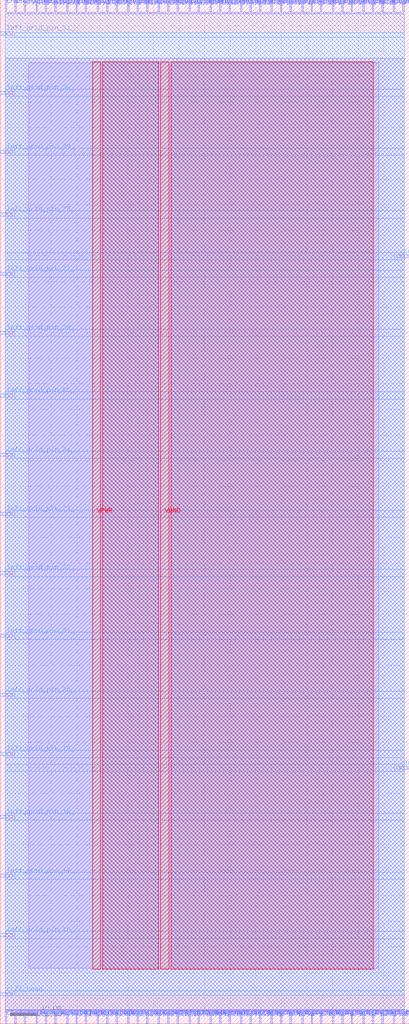
<source format=lef>
VERSION 5.7 ;
  NOWIREEXTENSIONATPIN ON ;
  DIVIDERCHAR "/" ;
  BUSBITCHARS "[]" ;
MACRO cby_1__1_
  CLASS BLOCK ;
  FOREIGN cby_1__1_ ;
  ORIGIN 0.000 0.000 ;
  SIZE 80.000 BY 200.000 ;
  PIN ccff_head
    DIRECTION INPUT ;
    PORT
      LAYER met3 ;
        RECT 0.000 5.480 2.400 6.080 ;
    END
  END ccff_head
  PIN ccff_tail
    DIRECTION OUTPUT TRISTATE ;
    PORT
      LAYER met3 ;
        RECT 77.600 149.640 80.000 150.240 ;
    END
  END ccff_tail
  PIN chany_bottom_in[0]
    DIRECTION INPUT ;
    PORT
      LAYER met2 ;
        RECT 41.030 0.000 41.310 2.400 ;
    END
  END chany_bottom_in[0]
  PIN chany_bottom_in[10]
    DIRECTION INPUT ;
    PORT
      LAYER met2 ;
        RECT 60.810 0.000 61.090 2.400 ;
    END
  END chany_bottom_in[10]
  PIN chany_bottom_in[11]
    DIRECTION INPUT ;
    PORT
      LAYER met2 ;
        RECT 62.650 0.000 62.930 2.400 ;
    END
  END chany_bottom_in[11]
  PIN chany_bottom_in[12]
    DIRECTION INPUT ;
    PORT
      LAYER met2 ;
        RECT 64.950 0.000 65.230 2.400 ;
    END
  END chany_bottom_in[12]
  PIN chany_bottom_in[13]
    DIRECTION INPUT ;
    PORT
      LAYER met2 ;
        RECT 66.790 0.000 67.070 2.400 ;
    END
  END chany_bottom_in[13]
  PIN chany_bottom_in[14]
    DIRECTION INPUT ;
    PORT
      LAYER met2 ;
        RECT 68.630 0.000 68.910 2.400 ;
    END
  END chany_bottom_in[14]
  PIN chany_bottom_in[15]
    DIRECTION INPUT ;
    PORT
      LAYER met2 ;
        RECT 70.930 0.000 71.210 2.400 ;
    END
  END chany_bottom_in[15]
  PIN chany_bottom_in[16]
    DIRECTION INPUT ;
    PORT
      LAYER met2 ;
        RECT 72.770 0.000 73.050 2.400 ;
    END
  END chany_bottom_in[16]
  PIN chany_bottom_in[17]
    DIRECTION INPUT ;
    PORT
      LAYER met2 ;
        RECT 74.610 0.000 74.890 2.400 ;
    END
  END chany_bottom_in[17]
  PIN chany_bottom_in[18]
    DIRECTION INPUT ;
    PORT
      LAYER met2 ;
        RECT 76.910 0.000 77.190 2.400 ;
    END
  END chany_bottom_in[18]
  PIN chany_bottom_in[19]
    DIRECTION INPUT ;
    PORT
      LAYER met2 ;
        RECT 78.750 0.000 79.030 2.400 ;
    END
  END chany_bottom_in[19]
  PIN chany_bottom_in[1]
    DIRECTION INPUT ;
    PORT
      LAYER met2 ;
        RECT 42.870 0.000 43.150 2.400 ;
    END
  END chany_bottom_in[1]
  PIN chany_bottom_in[2]
    DIRECTION INPUT ;
    PORT
      LAYER met2 ;
        RECT 44.710 0.000 44.990 2.400 ;
    END
  END chany_bottom_in[2]
  PIN chany_bottom_in[3]
    DIRECTION INPUT ;
    PORT
      LAYER met2 ;
        RECT 47.010 0.000 47.290 2.400 ;
    END
  END chany_bottom_in[3]
  PIN chany_bottom_in[4]
    DIRECTION INPUT ;
    PORT
      LAYER met2 ;
        RECT 48.850 0.000 49.130 2.400 ;
    END
  END chany_bottom_in[4]
  PIN chany_bottom_in[5]
    DIRECTION INPUT ;
    PORT
      LAYER met2 ;
        RECT 50.690 0.000 50.970 2.400 ;
    END
  END chany_bottom_in[5]
  PIN chany_bottom_in[6]
    DIRECTION INPUT ;
    PORT
      LAYER met2 ;
        RECT 52.990 0.000 53.270 2.400 ;
    END
  END chany_bottom_in[6]
  PIN chany_bottom_in[7]
    DIRECTION INPUT ;
    PORT
      LAYER met2 ;
        RECT 54.830 0.000 55.110 2.400 ;
    END
  END chany_bottom_in[7]
  PIN chany_bottom_in[8]
    DIRECTION INPUT ;
    PORT
      LAYER met2 ;
        RECT 56.670 0.000 56.950 2.400 ;
    END
  END chany_bottom_in[8]
  PIN chany_bottom_in[9]
    DIRECTION INPUT ;
    PORT
      LAYER met2 ;
        RECT 58.970 0.000 59.250 2.400 ;
    END
  END chany_bottom_in[9]
  PIN chany_bottom_out[0]
    DIRECTION OUTPUT TRISTATE ;
    PORT
      LAYER met2 ;
        RECT 1.010 0.000 1.290 2.400 ;
    END
  END chany_bottom_out[0]
  PIN chany_bottom_out[10]
    DIRECTION OUTPUT TRISTATE ;
    PORT
      LAYER met2 ;
        RECT 20.790 0.000 21.070 2.400 ;
    END
  END chany_bottom_out[10]
  PIN chany_bottom_out[11]
    DIRECTION OUTPUT TRISTATE ;
    PORT
      LAYER met2 ;
        RECT 22.630 0.000 22.910 2.400 ;
    END
  END chany_bottom_out[11]
  PIN chany_bottom_out[12]
    DIRECTION OUTPUT TRISTATE ;
    PORT
      LAYER met2 ;
        RECT 24.930 0.000 25.210 2.400 ;
    END
  END chany_bottom_out[12]
  PIN chany_bottom_out[13]
    DIRECTION OUTPUT TRISTATE ;
    PORT
      LAYER met2 ;
        RECT 26.770 0.000 27.050 2.400 ;
    END
  END chany_bottom_out[13]
  PIN chany_bottom_out[14]
    DIRECTION OUTPUT TRISTATE ;
    PORT
      LAYER met2 ;
        RECT 28.610 0.000 28.890 2.400 ;
    END
  END chany_bottom_out[14]
  PIN chany_bottom_out[15]
    DIRECTION OUTPUT TRISTATE ;
    PORT
      LAYER met2 ;
        RECT 30.910 0.000 31.190 2.400 ;
    END
  END chany_bottom_out[15]
  PIN chany_bottom_out[16]
    DIRECTION OUTPUT TRISTATE ;
    PORT
      LAYER met2 ;
        RECT 32.750 0.000 33.030 2.400 ;
    END
  END chany_bottom_out[16]
  PIN chany_bottom_out[17]
    DIRECTION OUTPUT TRISTATE ;
    PORT
      LAYER met2 ;
        RECT 34.590 0.000 34.870 2.400 ;
    END
  END chany_bottom_out[17]
  PIN chany_bottom_out[18]
    DIRECTION OUTPUT TRISTATE ;
    PORT
      LAYER met2 ;
        RECT 36.890 0.000 37.170 2.400 ;
    END
  END chany_bottom_out[18]
  PIN chany_bottom_out[19]
    DIRECTION OUTPUT TRISTATE ;
    PORT
      LAYER met2 ;
        RECT 38.730 0.000 39.010 2.400 ;
    END
  END chany_bottom_out[19]
  PIN chany_bottom_out[1]
    DIRECTION OUTPUT TRISTATE ;
    PORT
      LAYER met2 ;
        RECT 2.850 0.000 3.130 2.400 ;
    END
  END chany_bottom_out[1]
  PIN chany_bottom_out[2]
    DIRECTION OUTPUT TRISTATE ;
    PORT
      LAYER met2 ;
        RECT 4.690 0.000 4.970 2.400 ;
    END
  END chany_bottom_out[2]
  PIN chany_bottom_out[3]
    DIRECTION OUTPUT TRISTATE ;
    PORT
      LAYER met2 ;
        RECT 6.990 0.000 7.270 2.400 ;
    END
  END chany_bottom_out[3]
  PIN chany_bottom_out[4]
    DIRECTION OUTPUT TRISTATE ;
    PORT
      LAYER met2 ;
        RECT 8.830 0.000 9.110 2.400 ;
    END
  END chany_bottom_out[4]
  PIN chany_bottom_out[5]
    DIRECTION OUTPUT TRISTATE ;
    PORT
      LAYER met2 ;
        RECT 10.670 0.000 10.950 2.400 ;
    END
  END chany_bottom_out[5]
  PIN chany_bottom_out[6]
    DIRECTION OUTPUT TRISTATE ;
    PORT
      LAYER met2 ;
        RECT 12.970 0.000 13.250 2.400 ;
    END
  END chany_bottom_out[6]
  PIN chany_bottom_out[7]
    DIRECTION OUTPUT TRISTATE ;
    PORT
      LAYER met2 ;
        RECT 14.810 0.000 15.090 2.400 ;
    END
  END chany_bottom_out[7]
  PIN chany_bottom_out[8]
    DIRECTION OUTPUT TRISTATE ;
    PORT
      LAYER met2 ;
        RECT 16.650 0.000 16.930 2.400 ;
    END
  END chany_bottom_out[8]
  PIN chany_bottom_out[9]
    DIRECTION OUTPUT TRISTATE ;
    PORT
      LAYER met2 ;
        RECT 18.950 0.000 19.230 2.400 ;
    END
  END chany_bottom_out[9]
  PIN chany_top_in[0]
    DIRECTION INPUT ;
    PORT
      LAYER met2 ;
        RECT 41.030 197.600 41.310 200.000 ;
    END
  END chany_top_in[0]
  PIN chany_top_in[10]
    DIRECTION INPUT ;
    PORT
      LAYER met2 ;
        RECT 60.810 197.600 61.090 200.000 ;
    END
  END chany_top_in[10]
  PIN chany_top_in[11]
    DIRECTION INPUT ;
    PORT
      LAYER met2 ;
        RECT 62.650 197.600 62.930 200.000 ;
    END
  END chany_top_in[11]
  PIN chany_top_in[12]
    DIRECTION INPUT ;
    PORT
      LAYER met2 ;
        RECT 64.950 197.600 65.230 200.000 ;
    END
  END chany_top_in[12]
  PIN chany_top_in[13]
    DIRECTION INPUT ;
    PORT
      LAYER met2 ;
        RECT 66.790 197.600 67.070 200.000 ;
    END
  END chany_top_in[13]
  PIN chany_top_in[14]
    DIRECTION INPUT ;
    PORT
      LAYER met2 ;
        RECT 68.630 197.600 68.910 200.000 ;
    END
  END chany_top_in[14]
  PIN chany_top_in[15]
    DIRECTION INPUT ;
    PORT
      LAYER met2 ;
        RECT 70.930 197.600 71.210 200.000 ;
    END
  END chany_top_in[15]
  PIN chany_top_in[16]
    DIRECTION INPUT ;
    PORT
      LAYER met2 ;
        RECT 72.770 197.600 73.050 200.000 ;
    END
  END chany_top_in[16]
  PIN chany_top_in[17]
    DIRECTION INPUT ;
    PORT
      LAYER met2 ;
        RECT 74.610 197.600 74.890 200.000 ;
    END
  END chany_top_in[17]
  PIN chany_top_in[18]
    DIRECTION INPUT ;
    PORT
      LAYER met2 ;
        RECT 76.910 197.600 77.190 200.000 ;
    END
  END chany_top_in[18]
  PIN chany_top_in[19]
    DIRECTION INPUT ;
    PORT
      LAYER met2 ;
        RECT 78.750 197.600 79.030 200.000 ;
    END
  END chany_top_in[19]
  PIN chany_top_in[1]
    DIRECTION INPUT ;
    PORT
      LAYER met2 ;
        RECT 42.870 197.600 43.150 200.000 ;
    END
  END chany_top_in[1]
  PIN chany_top_in[2]
    DIRECTION INPUT ;
    PORT
      LAYER met2 ;
        RECT 44.710 197.600 44.990 200.000 ;
    END
  END chany_top_in[2]
  PIN chany_top_in[3]
    DIRECTION INPUT ;
    PORT
      LAYER met2 ;
        RECT 47.010 197.600 47.290 200.000 ;
    END
  END chany_top_in[3]
  PIN chany_top_in[4]
    DIRECTION INPUT ;
    PORT
      LAYER met2 ;
        RECT 48.850 197.600 49.130 200.000 ;
    END
  END chany_top_in[4]
  PIN chany_top_in[5]
    DIRECTION INPUT ;
    PORT
      LAYER met2 ;
        RECT 50.690 197.600 50.970 200.000 ;
    END
  END chany_top_in[5]
  PIN chany_top_in[6]
    DIRECTION INPUT ;
    PORT
      LAYER met2 ;
        RECT 52.990 197.600 53.270 200.000 ;
    END
  END chany_top_in[6]
  PIN chany_top_in[7]
    DIRECTION INPUT ;
    PORT
      LAYER met2 ;
        RECT 54.830 197.600 55.110 200.000 ;
    END
  END chany_top_in[7]
  PIN chany_top_in[8]
    DIRECTION INPUT ;
    PORT
      LAYER met2 ;
        RECT 56.670 197.600 56.950 200.000 ;
    END
  END chany_top_in[8]
  PIN chany_top_in[9]
    DIRECTION INPUT ;
    PORT
      LAYER met2 ;
        RECT 58.970 197.600 59.250 200.000 ;
    END
  END chany_top_in[9]
  PIN chany_top_out[0]
    DIRECTION OUTPUT TRISTATE ;
    PORT
      LAYER met2 ;
        RECT 1.010 197.600 1.290 200.000 ;
    END
  END chany_top_out[0]
  PIN chany_top_out[10]
    DIRECTION OUTPUT TRISTATE ;
    PORT
      LAYER met2 ;
        RECT 20.790 197.600 21.070 200.000 ;
    END
  END chany_top_out[10]
  PIN chany_top_out[11]
    DIRECTION OUTPUT TRISTATE ;
    PORT
      LAYER met2 ;
        RECT 22.630 197.600 22.910 200.000 ;
    END
  END chany_top_out[11]
  PIN chany_top_out[12]
    DIRECTION OUTPUT TRISTATE ;
    PORT
      LAYER met2 ;
        RECT 24.930 197.600 25.210 200.000 ;
    END
  END chany_top_out[12]
  PIN chany_top_out[13]
    DIRECTION OUTPUT TRISTATE ;
    PORT
      LAYER met2 ;
        RECT 26.770 197.600 27.050 200.000 ;
    END
  END chany_top_out[13]
  PIN chany_top_out[14]
    DIRECTION OUTPUT TRISTATE ;
    PORT
      LAYER met2 ;
        RECT 28.610 197.600 28.890 200.000 ;
    END
  END chany_top_out[14]
  PIN chany_top_out[15]
    DIRECTION OUTPUT TRISTATE ;
    PORT
      LAYER met2 ;
        RECT 30.910 197.600 31.190 200.000 ;
    END
  END chany_top_out[15]
  PIN chany_top_out[16]
    DIRECTION OUTPUT TRISTATE ;
    PORT
      LAYER met2 ;
        RECT 32.750 197.600 33.030 200.000 ;
    END
  END chany_top_out[16]
  PIN chany_top_out[17]
    DIRECTION OUTPUT TRISTATE ;
    PORT
      LAYER met2 ;
        RECT 34.590 197.600 34.870 200.000 ;
    END
  END chany_top_out[17]
  PIN chany_top_out[18]
    DIRECTION OUTPUT TRISTATE ;
    PORT
      LAYER met2 ;
        RECT 36.890 197.600 37.170 200.000 ;
    END
  END chany_top_out[18]
  PIN chany_top_out[19]
    DIRECTION OUTPUT TRISTATE ;
    PORT
      LAYER met2 ;
        RECT 38.730 197.600 39.010 200.000 ;
    END
  END chany_top_out[19]
  PIN chany_top_out[1]
    DIRECTION OUTPUT TRISTATE ;
    PORT
      LAYER met2 ;
        RECT 2.850 197.600 3.130 200.000 ;
    END
  END chany_top_out[1]
  PIN chany_top_out[2]
    DIRECTION OUTPUT TRISTATE ;
    PORT
      LAYER met2 ;
        RECT 4.690 197.600 4.970 200.000 ;
    END
  END chany_top_out[2]
  PIN chany_top_out[3]
    DIRECTION OUTPUT TRISTATE ;
    PORT
      LAYER met2 ;
        RECT 6.990 197.600 7.270 200.000 ;
    END
  END chany_top_out[3]
  PIN chany_top_out[4]
    DIRECTION OUTPUT TRISTATE ;
    PORT
      LAYER met2 ;
        RECT 8.830 197.600 9.110 200.000 ;
    END
  END chany_top_out[4]
  PIN chany_top_out[5]
    DIRECTION OUTPUT TRISTATE ;
    PORT
      LAYER met2 ;
        RECT 10.670 197.600 10.950 200.000 ;
    END
  END chany_top_out[5]
  PIN chany_top_out[6]
    DIRECTION OUTPUT TRISTATE ;
    PORT
      LAYER met2 ;
        RECT 12.970 197.600 13.250 200.000 ;
    END
  END chany_top_out[6]
  PIN chany_top_out[7]
    DIRECTION OUTPUT TRISTATE ;
    PORT
      LAYER met2 ;
        RECT 14.810 197.600 15.090 200.000 ;
    END
  END chany_top_out[7]
  PIN chany_top_out[8]
    DIRECTION OUTPUT TRISTATE ;
    PORT
      LAYER met2 ;
        RECT 16.650 197.600 16.930 200.000 ;
    END
  END chany_top_out[8]
  PIN chany_top_out[9]
    DIRECTION OUTPUT TRISTATE ;
    PORT
      LAYER met2 ;
        RECT 18.950 197.600 19.230 200.000 ;
    END
  END chany_top_out[9]
  PIN left_grid_pin_16_
    DIRECTION OUTPUT TRISTATE ;
    PORT
      LAYER met3 ;
        RECT 0.000 17.040 2.400 17.640 ;
    END
  END left_grid_pin_16_
  PIN left_grid_pin_17_
    DIRECTION OUTPUT TRISTATE ;
    PORT
      LAYER met3 ;
        RECT 0.000 28.600 2.400 29.200 ;
    END
  END left_grid_pin_17_
  PIN left_grid_pin_18_
    DIRECTION OUTPUT TRISTATE ;
    PORT
      LAYER met3 ;
        RECT 0.000 40.160 2.400 40.760 ;
    END
  END left_grid_pin_18_
  PIN left_grid_pin_19_
    DIRECTION OUTPUT TRISTATE ;
    PORT
      LAYER met3 ;
        RECT 0.000 52.400 2.400 53.000 ;
    END
  END left_grid_pin_19_
  PIN left_grid_pin_20_
    DIRECTION OUTPUT TRISTATE ;
    PORT
      LAYER met3 ;
        RECT 0.000 63.960 2.400 64.560 ;
    END
  END left_grid_pin_20_
  PIN left_grid_pin_21_
    DIRECTION OUTPUT TRISTATE ;
    PORT
      LAYER met3 ;
        RECT 0.000 75.520 2.400 76.120 ;
    END
  END left_grid_pin_21_
  PIN left_grid_pin_22_
    DIRECTION OUTPUT TRISTATE ;
    PORT
      LAYER met3 ;
        RECT 0.000 87.760 2.400 88.360 ;
    END
  END left_grid_pin_22_
  PIN left_grid_pin_23_
    DIRECTION OUTPUT TRISTATE ;
    PORT
      LAYER met3 ;
        RECT 0.000 99.320 2.400 99.920 ;
    END
  END left_grid_pin_23_
  PIN left_grid_pin_24_
    DIRECTION OUTPUT TRISTATE ;
    PORT
      LAYER met3 ;
        RECT 0.000 110.880 2.400 111.480 ;
    END
  END left_grid_pin_24_
  PIN left_grid_pin_25_
    DIRECTION OUTPUT TRISTATE ;
    PORT
      LAYER met3 ;
        RECT 0.000 122.440 2.400 123.040 ;
    END
  END left_grid_pin_25_
  PIN left_grid_pin_26_
    DIRECTION OUTPUT TRISTATE ;
    PORT
      LAYER met3 ;
        RECT 0.000 134.680 2.400 135.280 ;
    END
  END left_grid_pin_26_
  PIN left_grid_pin_27_
    DIRECTION OUTPUT TRISTATE ;
    PORT
      LAYER met3 ;
        RECT 0.000 146.240 2.400 146.840 ;
    END
  END left_grid_pin_27_
  PIN left_grid_pin_28_
    DIRECTION OUTPUT TRISTATE ;
    PORT
      LAYER met3 ;
        RECT 0.000 157.800 2.400 158.400 ;
    END
  END left_grid_pin_28_
  PIN left_grid_pin_29_
    DIRECTION OUTPUT TRISTATE ;
    PORT
      LAYER met3 ;
        RECT 0.000 170.040 2.400 170.640 ;
    END
  END left_grid_pin_29_
  PIN left_grid_pin_30_
    DIRECTION OUTPUT TRISTATE ;
    PORT
      LAYER met3 ;
        RECT 0.000 181.600 2.400 182.200 ;
    END
  END left_grid_pin_30_
  PIN left_grid_pin_31_
    DIRECTION OUTPUT TRISTATE ;
    PORT
      LAYER met3 ;
        RECT 0.000 193.160 2.400 193.760 ;
    END
  END left_grid_pin_31_
  PIN prog_clk
    DIRECTION INPUT ;
    PORT
      LAYER met3 ;
        RECT 77.600 49.680 80.000 50.280 ;
    END
  END prog_clk
  PIN VPWR
    DIRECTION INPUT ;
    USE POWER ;
    PORT
      LAYER met4 ;
        RECT 18.055 10.640 19.655 187.920 ;
    END
  END VPWR
  PIN VGND
    DIRECTION INPUT ;
    USE GROUND ;
    PORT
      LAYER met4 ;
        RECT 31.385 10.640 32.985 187.920 ;
    END
  END VGND
  OBS
      LAYER li1 ;
        RECT 5.520 10.795 74.060 187.765 ;
      LAYER met1 ;
        RECT 0.990 2.760 79.050 188.660 ;
      LAYER met2 ;
        RECT 1.570 197.320 2.570 197.610 ;
        RECT 3.410 197.320 4.410 197.610 ;
        RECT 5.250 197.320 6.710 197.610 ;
        RECT 7.550 197.320 8.550 197.610 ;
        RECT 9.390 197.320 10.390 197.610 ;
        RECT 11.230 197.320 12.690 197.610 ;
        RECT 13.530 197.320 14.530 197.610 ;
        RECT 15.370 197.320 16.370 197.610 ;
        RECT 17.210 197.320 18.670 197.610 ;
        RECT 19.510 197.320 20.510 197.610 ;
        RECT 21.350 197.320 22.350 197.610 ;
        RECT 23.190 197.320 24.650 197.610 ;
        RECT 25.490 197.320 26.490 197.610 ;
        RECT 27.330 197.320 28.330 197.610 ;
        RECT 29.170 197.320 30.630 197.610 ;
        RECT 31.470 197.320 32.470 197.610 ;
        RECT 33.310 197.320 34.310 197.610 ;
        RECT 35.150 197.320 36.610 197.610 ;
        RECT 37.450 197.320 38.450 197.610 ;
        RECT 39.290 197.320 40.750 197.610 ;
        RECT 41.590 197.320 42.590 197.610 ;
        RECT 43.430 197.320 44.430 197.610 ;
        RECT 45.270 197.320 46.730 197.610 ;
        RECT 47.570 197.320 48.570 197.610 ;
        RECT 49.410 197.320 50.410 197.610 ;
        RECT 51.250 197.320 52.710 197.610 ;
        RECT 53.550 197.320 54.550 197.610 ;
        RECT 55.390 197.320 56.390 197.610 ;
        RECT 57.230 197.320 58.690 197.610 ;
        RECT 59.530 197.320 60.530 197.610 ;
        RECT 61.370 197.320 62.370 197.610 ;
        RECT 63.210 197.320 64.670 197.610 ;
        RECT 65.510 197.320 66.510 197.610 ;
        RECT 67.350 197.320 68.350 197.610 ;
        RECT 69.190 197.320 70.650 197.610 ;
        RECT 71.490 197.320 72.490 197.610 ;
        RECT 73.330 197.320 74.330 197.610 ;
        RECT 75.170 197.320 76.630 197.610 ;
        RECT 77.470 197.320 78.470 197.610 ;
        RECT 1.010 2.680 79.030 197.320 ;
        RECT 1.570 2.400 2.570 2.680 ;
        RECT 3.410 2.400 4.410 2.680 ;
        RECT 5.250 2.400 6.710 2.680 ;
        RECT 7.550 2.400 8.550 2.680 ;
        RECT 9.390 2.400 10.390 2.680 ;
        RECT 11.230 2.400 12.690 2.680 ;
        RECT 13.530 2.400 14.530 2.680 ;
        RECT 15.370 2.400 16.370 2.680 ;
        RECT 17.210 2.400 18.670 2.680 ;
        RECT 19.510 2.400 20.510 2.680 ;
        RECT 21.350 2.400 22.350 2.680 ;
        RECT 23.190 2.400 24.650 2.680 ;
        RECT 25.490 2.400 26.490 2.680 ;
        RECT 27.330 2.400 28.330 2.680 ;
        RECT 29.170 2.400 30.630 2.680 ;
        RECT 31.470 2.400 32.470 2.680 ;
        RECT 33.310 2.400 34.310 2.680 ;
        RECT 35.150 2.400 36.610 2.680 ;
        RECT 37.450 2.400 38.450 2.680 ;
        RECT 39.290 2.400 40.750 2.680 ;
        RECT 41.590 2.400 42.590 2.680 ;
        RECT 43.430 2.400 44.430 2.680 ;
        RECT 45.270 2.400 46.730 2.680 ;
        RECT 47.570 2.400 48.570 2.680 ;
        RECT 49.410 2.400 50.410 2.680 ;
        RECT 51.250 2.400 52.710 2.680 ;
        RECT 53.550 2.400 54.550 2.680 ;
        RECT 55.390 2.400 56.390 2.680 ;
        RECT 57.230 2.400 58.690 2.680 ;
        RECT 59.530 2.400 60.530 2.680 ;
        RECT 61.370 2.400 62.370 2.680 ;
        RECT 63.210 2.400 64.670 2.680 ;
        RECT 65.510 2.400 66.510 2.680 ;
        RECT 67.350 2.400 68.350 2.680 ;
        RECT 69.190 2.400 70.650 2.680 ;
        RECT 71.490 2.400 72.490 2.680 ;
        RECT 73.330 2.400 74.330 2.680 ;
        RECT 75.170 2.400 76.630 2.680 ;
        RECT 77.470 2.400 78.470 2.680 ;
      LAYER met3 ;
        RECT 2.800 192.760 79.055 193.625 ;
        RECT 0.985 182.600 79.055 192.760 ;
        RECT 2.800 181.200 79.055 182.600 ;
        RECT 0.985 171.040 79.055 181.200 ;
        RECT 2.800 169.640 79.055 171.040 ;
        RECT 0.985 158.800 79.055 169.640 ;
        RECT 2.800 157.400 79.055 158.800 ;
        RECT 0.985 150.640 79.055 157.400 ;
        RECT 0.985 149.240 77.200 150.640 ;
        RECT 0.985 147.240 79.055 149.240 ;
        RECT 2.800 145.840 79.055 147.240 ;
        RECT 0.985 135.680 79.055 145.840 ;
        RECT 2.800 134.280 79.055 135.680 ;
        RECT 0.985 123.440 79.055 134.280 ;
        RECT 2.800 122.040 79.055 123.440 ;
        RECT 0.985 111.880 79.055 122.040 ;
        RECT 2.800 110.480 79.055 111.880 ;
        RECT 0.985 100.320 79.055 110.480 ;
        RECT 2.800 98.920 79.055 100.320 ;
        RECT 0.985 88.760 79.055 98.920 ;
        RECT 2.800 87.360 79.055 88.760 ;
        RECT 0.985 76.520 79.055 87.360 ;
        RECT 2.800 75.120 79.055 76.520 ;
        RECT 0.985 64.960 79.055 75.120 ;
        RECT 2.800 63.560 79.055 64.960 ;
        RECT 0.985 53.400 79.055 63.560 ;
        RECT 2.800 52.000 79.055 53.400 ;
        RECT 0.985 50.680 79.055 52.000 ;
        RECT 0.985 49.280 77.200 50.680 ;
        RECT 0.985 41.160 79.055 49.280 ;
        RECT 2.800 39.760 79.055 41.160 ;
        RECT 0.985 29.600 79.055 39.760 ;
        RECT 2.800 28.200 79.055 29.600 ;
        RECT 0.985 18.040 79.055 28.200 ;
        RECT 2.800 16.640 79.055 18.040 ;
        RECT 0.985 6.480 79.055 16.640 ;
        RECT 2.800 5.615 79.055 6.480 ;
      LAYER met4 ;
        RECT 20.055 10.640 30.985 187.920 ;
        RECT 33.385 10.640 72.985 187.920 ;
  END
END cby_1__1_
END LIBRARY


</source>
